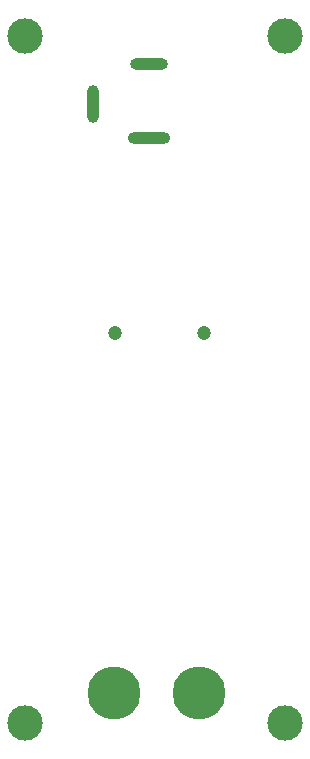
<source format=gbr>
%TF.GenerationSoftware,KiCad,Pcbnew,(6.0.8)*%
%TF.CreationDate,2023-01-13T10:11:42+02:00*%
%TF.ProjectId,xt60_adapter,78743630-5f61-4646-9170-7465722e6b69,rev?*%
%TF.SameCoordinates,Original*%
%TF.FileFunction,Plated,1,2,PTH,Mixed*%
%TF.FilePolarity,Positive*%
%FSLAX46Y46*%
G04 Gerber Fmt 4.6, Leading zero omitted, Abs format (unit mm)*
G04 Created by KiCad (PCBNEW (6.0.8)) date 2023-01-13 10:11:42*
%MOMM*%
%LPD*%
G01*
G04 APERTURE LIST*
G04 aperture for slot hole*
%TA.AperFunction,ComponentDrill*%
%ADD10O,1.000000X3.200000*%
%TD*%
G04 aperture for slot hole*
%TA.AperFunction,ComponentDrill*%
%ADD11O,3.200000X1.000000*%
%TD*%
G04 aperture for slot hole*
%TA.AperFunction,ComponentDrill*%
%ADD12O,3.600000X1.000000*%
%TD*%
%TA.AperFunction,ComponentDrill*%
%ADD13C,1.200000*%
%TD*%
%TA.AperFunction,ViaDrill*%
%ADD14C,3.000000*%
%TD*%
%TA.AperFunction,ComponentDrill*%
%ADD15C,4.500000*%
%TD*%
G04 APERTURE END LIST*
D10*
%TO.C,J1*%
X98720000Y-56790000D03*
D11*
X103520000Y-53390000D03*
D12*
X103520000Y-59690000D03*
D13*
%TO.C,C1*%
X100627246Y-76200000D03*
X108127246Y-76200000D03*
%TD*%
D14*
X93000000Y-51000000D03*
X93000000Y-109220000D03*
X115000000Y-51000000D03*
X115000000Y-109220000D03*
D15*
%TO.C,J2*%
X100540000Y-106680000D03*
X107740000Y-106680000D03*
M02*

</source>
